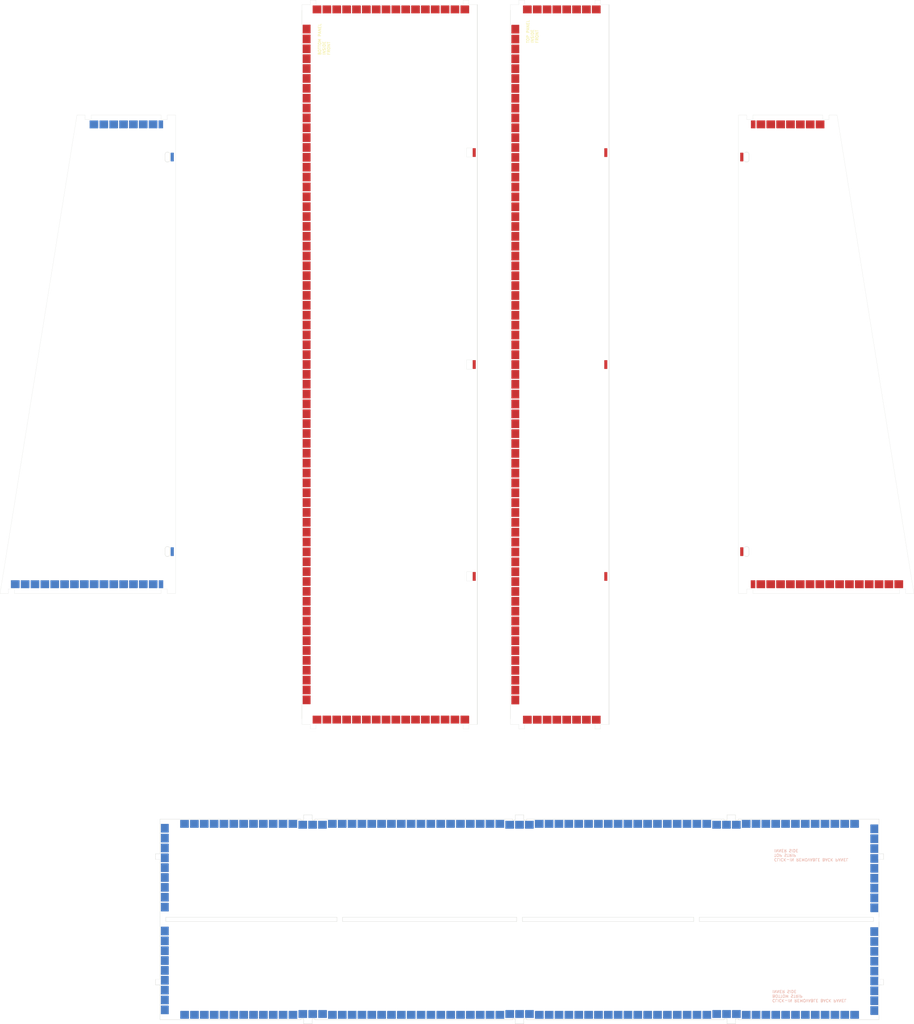
<source format=kicad_pcb>
(kicad_pcb
	(version 20240108)
	(generator "pcbnew")
	(generator_version "8.0")
	(general
		(thickness 1.6)
		(legacy_teardrops no)
	)
	(paper "A3")
	(layers
		(0 "F.Cu" signal)
		(31 "B.Cu" signal)
		(32 "B.Adhes" user "B.Adhesive")
		(33 "F.Adhes" user "F.Adhesive")
		(34 "B.Paste" user)
		(35 "F.Paste" user)
		(36 "B.SilkS" user "B.Silkscreen")
		(37 "F.SilkS" user "F.Silkscreen")
		(38 "B.Mask" user)
		(39 "F.Mask" user)
		(40 "Dwgs.User" user "User.Drawings")
		(41 "Cmts.User" user "User.Comments")
		(42 "Eco1.User" user "User.Eco1")
		(43 "Eco2.User" user "User.Eco2")
		(44 "Edge.Cuts" user)
		(45 "Margin" user)
		(46 "B.CrtYd" user "B.Courtyard")
		(47 "F.CrtYd" user "F.Courtyard")
		(48 "B.Fab" user)
		(49 "F.Fab" user)
		(50 "User.1" user)
		(51 "User.2" user)
		(52 "User.3" user)
		(53 "User.4" user)
		(54 "User.5" user)
		(55 "User.6" user)
		(56 "User.7" user)
		(57 "User.8" user)
		(58 "User.9" user)
	)
	(setup
		(pad_to_mask_clearance 0)
		(allow_soldermask_bridges_in_footprints no)
		(pcbplotparams
			(layerselection 0x00010fc_ffffffff)
			(plot_on_all_layers_selection 0x0000000_00000000)
			(disableapertmacros no)
			(usegerberextensions yes)
			(usegerberattributes no)
			(usegerberadvancedattributes no)
			(creategerberjobfile no)
			(dashed_line_dash_ratio 12.000000)
			(dashed_line_gap_ratio 3.000000)
			(svgprecision 4)
			(plotframeref no)
			(viasonmask no)
			(mode 1)
			(useauxorigin no)
			(hpglpennumber 1)
			(hpglpenspeed 20)
			(hpglpendiameter 15.000000)
			(pdf_front_fp_property_popups yes)
			(pdf_back_fp_property_popups yes)
			(dxfpolygonmode yes)
			(dxfimperialunits yes)
			(dxfusepcbnewfont yes)
			(psnegative no)
			(psa4output no)
			(plotreference yes)
			(plotvalue yes)
			(plotfptext yes)
			(plotinvisibletext no)
			(sketchpadsonfab no)
			(subtractmaskfromsilk yes)
			(outputformat 1)
			(mirror no)
			(drillshape 0)
			(scaleselection 1)
			(outputdirectory "PDP1_IO_panel_gerbers/")
		)
	)
	(net 0 "")
	(footprint "case-solder-footprints:side-pad-fCu" (layer "F.Cu") (at 230.53 27.02 -90))
	(footprint "case-solder-footprints:side-pad-fCu" (layer "F.Cu") (at 230.53 184.52 -90))
	(footprint "case-solder-footprints:side-pad-fCu" (layer "F.Cu") (at 153.73 236.49 90))
	(footprint "case-solder-footprints:side-pad-fCu" (layer "F.Cu") (at 230.53 132.02 -90))
	(footprint "case-solder-footprints:side-pad-fCu" (layer "F.Cu") (at 153.73 152.49 90))
	(footprint "case-solder-footprints:side-pad-fCu" (layer "F.Cu") (at 170.76 274.83 180))
	(footprint "case-solder-footprints:side-pad-fCu" (layer "F.Cu") (at 170.76 22.85 180))
	(footprint "case-solder-footprints:side-pad-fCu" (layer "F.Cu") (at 160.26 22.86 180))
	(footprint "case-solder-footprints:side-pad-fCu" (layer "F.Cu") (at 241.96 22.86 180))
	(footprint "case-solder-footprints:side-pad-fCu" (layer "F.Cu") (at 153.73 194.49 90))
	(footprint "case-solder-footprints:side-pad-fCu" (layer "F.Cu") (at 230.53 247.52 -90))
	(footprint "case-solder-footprints:side-pad-fCu" (layer "F.Cu") (at 230.53 111.02 -90))
	(footprint "case-solder-footprints:side-pad-fCu" (layer "F.Cu") (at 153.73 141.99 90))
	(footprint "case-solder-footprints:side-pad-fCu" (layer "F.Cu") (at 153.73 173.49 90))
	(footprint "case-solder-footprints:side-pad-fCu" (layer "F.Cu") (at 153.73 68.49 90))
	(footprint "case-solder-footprints:side-pad-fCu" (layer "F.Cu") (at 311.44 60.95))
	(footprint "case-solder-footprints:side-pad-fCu" (layer "F.Cu") (at 230.53 226.52 -90))
	(footprint "case-solder-footprints:side-pad-fCu" (layer "F.Cu") (at 230.53 79.52 -90))
	(footprint "case-solder-footprints:side-pad-fCu" (layer "F.Cu") (at 249.43 20.17))
	(footprint "case-solder-footprints:side-pad-fCu" (layer "F.Cu") (at 202.25 22.85 180))
	(footprint "case-solder-footprints:side-pad-fCu" (layer "F.Cu") (at 230.53 100.52 -90))
	(footprint "case-solder-footprints:side-pad-fCu" (layer "F.Cu") (at 311.39 224.1))
	(footprint "case-solder-footprints:side-pad-fCu" (layer "F.Cu") (at 328.94 60.96))
	(footprint "case-solder-footprints:side-pad-fCu" (layer "F.Cu") (at 238.93 272.16))
	(footprint "case-solder-footprints:side-pad-fCu" (layer "F.Cu") (at 153.73 131.49 90))
	(footprint "case-solder-footprints:side-pad-fCu" (layer "F.Cu") (at 153.73 120.99 90))
	(footprint "case-solder-footprints:side-pad-fCu" (layer "F.Cu") (at 353.38 224.1))
	(footprint "case-solder-footprints:side-pad-fCu" (layer "F.Cu") (at 153.73 99.99 90))
	(footprint "case-solder-footprints:side-pad-fCu" (layer "F.Cu") (at 241.96 274.86 180))
	(footprint "case-solder-footprints:side-pad-fCu" (layer "F.Cu") (at 191.76 22.86 180))
	(footprint "case-solder-footprints:side-pad-fCu" (layer "F.Cu") (at 153.73 246.99 90))
	(footprint "case-solder-footprints:side-pad-fCu" (layer "F.Cu") (at 363.88 224.09))
	(footprint "case-solder-footprints:side-pad-fCu" (layer "F.Cu") (at 230.53 90.02 -90))
	(footprint "case-solder-footprints:side-pad-fCu" (layer "F.Cu") (at 153.73 36.99 90))
	(footprint "case-solder-footprints:side-pad-fCu" (layer "F.Cu") (at 191.76 274.84 180))
	(footprint "case-solder-footprints:side-pad-fCu" (layer "F.Cu") (at 153.73 47.49 90))
	(footprint "case-solder-footprints:side-pad-fCu" (layer "F.Cu") (at 230.53 237.02 -90))
	(footprint "case-solder-footprints:side-pad-fCu" (layer "F.Cu") (at 153.73 215.49 90))
	(footprint "case-solder-footprints:side-pad-fCu" (layer "F.Cu") (at 153.73 267.99 90))
	(footprint "case-solder-footprints:side-pad-fCu" (layer "F.Cu") (at 153.73 183.99 90))
	(footprint "case-solder-footprints:side-pad-fCu" (layer "F.Cu") (at 181.26 22.85 180))
	(footprint "case-solder-footprints:side-pad-fCu" (layer "F.Cu") (at 230.53 163.52 -90))
	(footprint "case-solder-footprints:side-pad-fCu" (layer "F.Cu") (at 153.73 110.49 90))
	(footprint "case-solder-footprints:side-pad-fCu" (layer "F.Cu") (at 230.53 69.02 -90))
	(footprint "case-solder-footprints:side-pad-fCu" (layer "F.Cu") (at 153.73 257.49 90))
	(footprint "case-solder-footprints:side-pad-fCu" (layer "F.Cu") (at 153.73 78.99 90))
	(footprint "case-solder-footprints:side-pad-fCu" (layer "F.Cu") (at 321.89 224.1))
	(footprint "case-solder-footprints:side-pad-fCu" (layer "F.Cu") (at 153.73 204.99 90))
	(footprint "case-solder-footprints:side-pad-fCu" (layer "F.Cu") (at 153.73 162.99 90))
	(footprint "case-solder-footprints:side-pad-fCu" (layer "F.Cu") (at 230.53 174.02 -90))
	(footprint "case-solder-footprints:side-pad-fCu" (layer "F.Cu") (at 230.53 121.52 -90))
	(footprint "case-solder-footprints:side-pad-fCu" (layer "F.Cu") (at 342.88 224.1))
	(footprint "case-solder-footprints:slot-solder-pad" (layer "F.Cu") (at 309.13 73.879999 90))
	(footprint "case-solder-footprints:side-pad-fCu" (layer "F.Cu") (at 230.53 195.02 -90))
	(footprint "case-solder-footprints:side-pad-fCu" (layer "F.Cu") (at 238.93 20.16))
	(footprint "case-solder-footprints:side-pad-fCu" (layer "F.Cu") (at 153.73 89.49 90))
	(footprint "case-solder-footprints:slot-solder-pad" (layer "F.Cu") (at 310.13 213.890001 -90))
	(footprint "case-solder-footprints:side-pad-fCu" (layer "F.Cu") (at 230.53 205.52 -90))
	(footprint "case-solder-footprints:side-pad-fCu" (layer "F.Cu") (at 230.53 153.02 -90))
	(footprint "case-solder-footprints:side-pad-fCu" (layer "F.Cu") (at 181.26 274.83 180))
	(footprint "case-solder-footprints:side-pad-fCu" (layer "F.Cu") (at 153.73 225.99 90))
	(footprint "case-solder-footprints:side-pad-fCu" (layer "F.Cu") (at 153.73 57.99 90))
	(footprint "case-solder-footprints:side-pad-fCu" (layer "F.Cu") (at 230.53 142.52 -90))
	(footprint "case-solder-footprints:side-pad-fCu" (layer "F.Cu") (at 230.53 37.52 -90))
	(footprint "case-solder-footprints:side-pad-fCu" (layer "F.Cu") (at 230.53 216.02 -90))
	(footprint "case-solder-footprints:side-pad-fCu" (layer "F.Cu") (at 249.43 272.16))
	(footprint "case-solder-footprints:side-pad-fCu" (layer "F.Cu") (at 212.75 22.85 180))
	(footprint "case-solder-footprints:side-pad-fCu" (layer "F.Cu") (at 332.38 224.09))
	(footprint "case-solder-footprints:side-pad-fCu" (layer "F.Cu") (at 230.53 258.02 -90))
	(footprint "case-solder-footprints:side-pad-fCu" (layer "F.Cu") (at 318.44 60.95))
	(footprint "case-solder-footprints:side-pad-fCu" (layer "F.Cu") (at 230.53 58.52 -90))
	(footprint "case-solder-footprints:side-pad-fCu" (layer "F.Cu") (at 202.25 274.83 180))
	(footprint "case-solder-footprints:side-pad-fCu" (layer "F.Cu") (at 230.53 48.02 -90))
	(footprint "case-solder-footprints:side-pad-fCu" (layer "F.Cu") (at 160.26 274.84 180))
	(footprint "case-solder-footprints:side-pad-fCu" (layer "F.Cu") (at 212.75 274.83 180))
	(footprint "case-solder-footprints:side-pad-fCu" (layer "B.Cu") (at 88.02 60.96 180))
	(footprint "case-solder-footprints:side-pad-fCu" (layer "B.Cu") (at 103.350001 310.53 -90))
	(footprint "case-solder-footprints:side-pad-fCu"
		(layer "B.Cu")
		(uuid "0c50aec8-5
... [239620 chars truncated]
</source>
